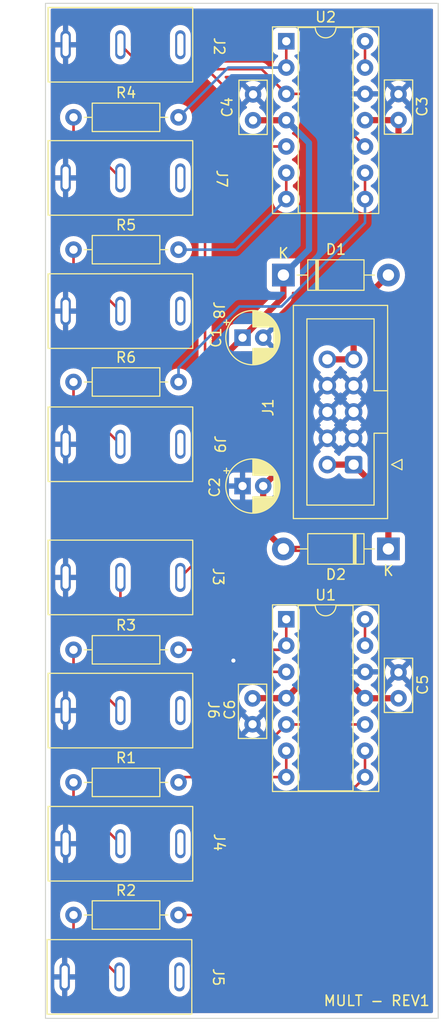
<source format=kicad_pcb>
(kicad_pcb (version 20211014) (generator pcbnew)
  (title_block (title "Buffered Multiple") (rev "1") (company "Northridge Synth"))
  (layers (0 "F.Cu" signal) (31 "B.Cu" signal) (34 "B.Paste" user) (35 "F.Paste" user) (36 "B.SilkS" user "B.Silkscreen") (37 "F.SilkS" user "F.Silkscreen") (38 "B.Mask" user) (39 "F.Mask" user) (44 "Edge.Cuts" user))
  (net 0 "")
  (net 1 "+12V")
  (net 2 "GND")
  (net 3 "-12V")
  (net 4 "Net-(D1-Pad2)")
  (net 5 "Net-(D2-Pad1)")
  (net 6 "Net-(R1-Pad2)")
  (net 7 "/INPUT2")
  (net 8 "Net-(R2-Pad2)")
  (net 9 "Net-(R3-Pad2)")
  (net 10 "/INPUT1")
  (net 11 "Net-(R4-Pad2)")
  (net 12 "Net-(R5-Pad2)")
  (net 13 "Net-(R6-Pad2)")
  (net 14 "Net-(J4-PadT)")
  (net 15 "Net-(J5-PadT)")
  (net 16 "Net-(J6-PadT)")
  (net 17 "Net-(J7-PadT)")
  (net 18 "Net-(J8-PadT)")
  (net 19 "Net-(J9-PadT)")
  (net 27 "Net-(U1-Pad13)")
  (net 28 "Net-(U2-Pad13)")
  (footprint "Tayda_Jacks:PJ-323M" (layer "F.Cu") (at 137.25 113.28571)
    (fp_text reference "J6" (at 9.0032 -0.05251 270 unlocked) (layer "F.SilkS"))
    (fp_text value "Output 4")
    (pad "S" thru_hole oval locked (at -5.3 0) (size 1 2.8) (drill oval 0.6 2.186) (layers *.Cu *.Mask) (net 2 "GND"))
    (pad "T" thru_hole oval locked (at 0 0) (size 1 2.8) (drill oval 0.6 2.186) (layers *.Cu *.Mask) (net 16 "Net-(J6-PadT)"))
    (pad "TN" thru_hole oval locked (at 5.8 0) (size 1 2.8) (drill oval 0.6 2.186) (layers *.Cu *.Mask))
  )
  (footprint "Tayda_Jacks:PJ-323M" (layer "F.Cu") (at 137.25 87.571426)
    (fp_text reference "J9" (at 9.6128 -0.0002 270 unlocked) (layer "F.SilkS"))
    (fp_text value "Output 3")
    (pad "S" thru_hole oval locked (at -5.3 0) (size 1 2.8) (drill oval 0.6 2.186) (layers *.Cu *.Mask) (net 2 "GND"))
    (pad "T" thru_hole oval locked (at 0 0) (size 1 2.8) (drill oval 0.6 2.186) (layers *.Cu *.Mask) (net 19 "Net-(J9-PadT)"))
    (pad "TN" thru_hole oval locked (at 5.8 0) (size 1 2.8) (drill oval 0.6 2.186) (layers *.Cu *.Mask))
  )
  (footprint "Resistor_THT:R_Axial_DIN0207_L6.3mm_D2.5mm_P10.16mm_Horizontal" (layer "F.Cu") (at 132.715 120.2182)
    (fp_text reference "R1" (at 5.08 -2.37) (layer "F.SilkS"))
    (fp_text value "1k")
    (pad "1" thru_hole circle locked (at 0 0) (size 1.6 1.6) (drill 0.8) (layers *.Cu *.Mask) (net 14 "Net-(J4-PadT)"))
    (pad "2" thru_hole oval locked (at 10.16 0) (size 1.6 1.6) (drill 0.8) (layers *.Cu *.Mask) (net 6 "Net-(R1-Pad2)"))
  )
  (footprint "Diode_THT:D_DO-41_SOD81_P10.16mm_Horizontal" (layer "F.Cu") (at 153.0218 71.23455)
    (fp_text reference "D1" (at 5.08 -2.47) (layer "F.SilkS"))
    (fp_text value "1N5818")
    (fp_text user "K" (at 0 -2.1) (layer "F.SilkS"))
    (pad "1" thru_hole rect (at 0 0) (size 2.2 2.2) (drill 1.1) (layers *.Cu *.Mask) (net 1 "+12V"))
    (pad "2" thru_hole oval (at 10.16 0) (size 2.2 2.2) (drill 1.1) (layers *.Cu *.Mask) (net 4 "Net-(D1-Pad2)"))
  )
  (footprint "Capacitor_THT:C_Disc_D5.0mm_W2.5mm_P2.50mm" (layer "F.Cu") (at 150.0378 112.1048 -90)
    (fp_text reference "C6" (at 1.0922 2.2098 90) (layer "F.SilkS"))
    (fp_text value "0.1uF")
    (pad "1" thru_hole circle (at 0 0 270) (size 1.6 1.6) (drill 0.8) (layers *.Cu *.Mask) (net 1 "+12V"))
    (pad "2" thru_hole circle (at 2.5 0 270) (size 1.6 1.6) (drill 0.8) (layers *.Cu *.Mask) (net 2 "GND"))
  )
  (footprint "Package_DIP:DIP-14_W7.62mm_Socket" (layer "F.Cu") (at 153.299 48.6614)
    (fp_text reference "U2" (at 3.81 -2.33) (layer "F.SilkS"))
    (fp_text value "TL074")
    (pad "1" thru_hole rect (at 0 0) (size 1.6 1.6) (drill 0.8) (layers *.Cu *.Mask) (net 11 "Net-(R4-Pad2)"))
    (pad "2" thru_hole oval (at 0 2.54) (size 1.6 1.6) (drill 0.8) (layers *.Cu *.Mask) (net 11 "Net-(R4-Pad2)"))
    (pad "3" thru_hole oval (at 0 5.08) (size 1.6 1.6) (drill 0.8) (layers *.Cu *.Mask) (net 10 "/INPUT1"))
    (pad "4" thru_hole oval (at 0 7.62) (size 1.6 1.6) (drill 0.8) (layers *.Cu *.Mask) (net 1 "+12V"))
    (pad "5" thru_hole oval (at 0 10.16) (size 1.6 1.6) (drill 0.8) (layers *.Cu *.Mask) (net 10 "/INPUT1"))
    (pad "6" thru_hole oval (at 0 12.7) (size 1.6 1.6) (drill 0.8) (layers *.Cu *.Mask) (net 12 "Net-(R5-Pad2)"))
    (pad "7" thru_hole oval (at 0 15.24) (size 1.6 1.6) (drill 0.8) (layers *.Cu *.Mask) (net 12 "Net-(R5-Pad2)"))
    (pad "8" thru_hole oval (at 7.62 15.24) (size 1.6 1.6) (drill 0.8) (layers *.Cu *.Mask) (net 13 "Net-(R6-Pad2)"))
    (pad "9" thru_hole oval (at 7.62 12.7) (size 1.6 1.6) (drill 0.8) (layers *.Cu *.Mask) (net 13 "Net-(R6-Pad2)"))
    (pad "10" thru_hole oval (at 7.62 10.16) (size 1.6 1.6) (drill 0.8) (layers *.Cu *.Mask) (net 10 "/INPUT1"))
    (pad "11" thru_hole oval (at 7.62 7.62) (size 1.6 1.6) (drill 0.8) (layers *.Cu *.Mask) (net 3 "-12V"))
    (pad "12" thru_hole oval (at 7.62 5.08) (size 1.6 1.6) (drill 0.8) (layers *.Cu *.Mask) (net 2 "GND"))
    (pad "13" thru_hole oval (at 7.62 2.54) (size 1.6 1.6) (drill 0.8) (layers *.Cu *.Mask) (net 28 "Net-(U2-Pad13)"))
    (pad "14" thru_hole oval (at 7.62 0) (size 1.6 1.6) (drill 0.8) (layers *.Cu *.Mask) (net 28 "Net-(U2-Pad13)"))
  )
  (footprint "Resistor_THT:R_Axial_DIN0207_L6.3mm_D2.5mm_P10.16mm_Horizontal" (layer "F.Cu") (at 132.715 107.4166)
    (fp_text reference "R3" (at 5.08 -2.37) (layer "F.SilkS"))
    (fp_text value "1k")
    (pad "1" thru_hole circle locked (at 0 0) (size 1.6 1.6) (drill 0.8) (layers *.Cu *.Mask) (net 16 "Net-(J6-PadT)"))
    (pad "2" thru_hole oval locked (at 10.16 0) (size 1.6 1.6) (drill 0.8) (layers *.Cu *.Mask) (net 9 "Net-(R3-Pad2)"))
  )
  (footprint "Tayda_Jacks:PJ-323M" (layer "F.Cu") (at 137.25 61.857142)
    (fp_text reference "J7" (at 9.816 0.076 270 unlocked) (layer "F.SilkS"))
    (fp_text value "Output 1")
    (pad "S" thru_hole oval locked (at -5.3 0) (size 1 2.8) (drill oval 0.6 2.186) (layers *.Cu *.Mask) (net 2 "GND"))
    (pad "T" thru_hole oval locked (at 0 0) (size 1 2.8) (drill oval 0.6 2.186) (layers *.Cu *.Mask) (net 17 "Net-(J7-PadT)"))
    (pad "TN" thru_hole oval locked (at 5.8 0) (size 1 2.8) (drill oval 0.6 2.186) (layers *.Cu *.Mask))
  )
  (footprint "Capacitor_THT:CP_Radial_D5.0mm_P2.00mm" (layer "F.Cu") (at 149.069488 77.27975)
    (fp_text reference "C1" (at -2.575488 0 90) (layer "F.SilkS"))
    (fp_text value "10uF")
    (pad "1" thru_hole rect (at 0 0) (size 1.6 1.6) (drill 0.8) (layers *.Cu *.Mask) (net 1 "+12V"))
    (pad "2" thru_hole circle (at 2 0) (size 1.6 1.6) (drill 0.8) (layers *.Cu *.Mask) (net 2 "GND"))
  )
  (footprint "Resistor_THT:R_Axial_DIN0207_L6.3mm_D2.5mm_P10.16mm_Horizontal" (layer "F.Cu") (at 132.715 133.0198)
    (fp_text reference "R2" (at 5.08 -2.37) (layer "F.SilkS"))
    (fp_text value "1k")
    (pad "1" thru_hole circle locked (at 0 0) (size 1.6 1.6) (drill 0.8) (layers *.Cu *.Mask) (net 15 "Net-(J5-PadT)"))
    (pad "2" thru_hole oval locked (at 10.16 0) (size 1.6 1.6) (drill 0.8) (layers *.Cu *.Mask) (net 8 "Net-(R2-Pad2)"))
  )
  (footprint "Tayda_Jacks:PJ-323M" (layer "F.Cu") (at 137.25 126.142852)
    (fp_text reference "J4" (at 9.5634 -0.1272 270 unlocked) (layer "F.SilkS"))
    (fp_text value "Output 5")
    (pad "S" thru_hole oval locked (at -5.3 0) (size 1 2.8) (drill oval 0.6 2.186) (layers *.Cu *.Mask) (net 2 "GND"))
    (pad "T" thru_hole oval locked (at 0 0) (size 1 2.8) (drill oval 0.6 2.186) (layers *.Cu *.Mask) (net 14 "Net-(J4-PadT)"))
    (pad "TN" thru_hole oval locked (at 5.8 0) (size 1 2.8) (drill oval 0.6 2.186) (layers *.Cu *.Mask))
  )
  (footprint "Diode_THT:D_DO-41_SOD81_P10.16mm_Horizontal" (layer "F.Cu") (at 163.1818 97.67595 180)
    (fp_text reference "D2" (at 5.08 -2.47) (layer "F.SilkS"))
    (fp_text value "1N5818")
    (fp_text user "K" (at 0 -2.1) (layer "F.SilkS"))
    (pad "1" thru_hole rect (at 0 0 180) (size 2.2 2.2) (drill 1.1) (layers *.Cu *.Mask) (net 5 "Net-(D2-Pad1)"))
    (pad "2" thru_hole oval (at 10.16 0 180) (size 2.2 2.2) (drill 1.1) (layers *.Cu *.Mask) (net 3 "-12V"))
  )
  (footprint "Capacitor_THT:CP_Radial_D5.0mm_P2.00mm" (layer "F.Cu") (at 149.069488 91.60535)
    (fp_text reference "C2" (at -2.702488 0.127 90) (layer "F.SilkS"))
    (fp_text value "10uF")
    (pad "1" thru_hole rect (at 0 0) (size 1.6 1.6) (drill 0.8) (layers *.Cu *.Mask) (net 2 "GND"))
    (pad "2" thru_hole circle (at 2 0) (size 1.6 1.6) (drill 0.8) (layers *.Cu *.Mask) (net 3 "-12V"))
  )
  (footprint "Capacitor_THT:C_Disc_D5.0mm_W2.5mm_P2.50mm" (layer "F.Cu") (at 164.1602 56.2664 90)
    (fp_text reference "C3" (at 1.3008 2.286 90) (layer "F.SilkS"))
    (fp_text value "0.1uF")
    (pad "1" thru_hole circle (at 0 0 90) (size 1.6 1.6) (drill 0.8) (layers *.Cu *.Mask) (net 3 "-12V"))
    (pad "2" thru_hole circle (at 2.5 0 90) (size 1.6 1.6) (drill 0.8) (layers *.Cu *.Mask) (net 2 "GND"))
  )
  (footprint "Tayda_Jacks:PJ-323M" (layer "F.Cu") (at 137.25 49)
    (fp_text reference "J2" (at 9.562 0.149 270 unlocked) (layer "F.SilkS"))
    (fp_text value "Input 1")
    (pad "S" thru_hole oval locked (at -5.3 0) (size 1 2.8) (drill oval 0.6 2.186) (layers *.Cu *.Mask) (net 2 "GND"))
    (pad "T" thru_hole oval locked (at 0 0) (size 1 2.8) (drill oval 0.6 2.186) (layers *.Cu *.Mask) (net 10 "/INPUT1"))
    (pad "TN" thru_hole oval locked (at 5.8 0) (size 1 2.8) (drill oval 0.6 2.186) (layers *.Cu *.Mask))
  )
  (footprint "Capacitor_THT:C_Disc_D5.0mm_W2.5mm_P2.50mm" (layer "F.Cu") (at 164.1602 112.0956 90)
    (fp_text reference "C5" (at 1.3008 2.3368 90) (layer "F.SilkS"))
    (fp_text value "0.1uF")
    (pad "1" thru_hole circle (at 0 0 90) (size 1.6 1.6) (drill 0.8) (layers *.Cu *.Mask) (net 3 "-12V"))
    (pad "2" thru_hole circle (at 2.5 0 90) (size 1.6 1.6) (drill 0.8) (layers *.Cu *.Mask) (net 2 "GND"))
  )
  (footprint "Resistor_THT:R_Axial_DIN0207_L6.3mm_D2.5mm_P10.16mm_Horizontal" (layer "F.Cu") (at 132.715 81.5594)
    (fp_text reference "R6" (at 5.08 -2.37) (layer "F.SilkS"))
    (fp_text value "1k")
    (pad "1" thru_hole circle locked (at 0 0) (size 1.6 1.6) (drill 0.8) (layers *.Cu *.Mask) (net 19 "Net-(J9-PadT)"))
    (pad "2" thru_hole oval locked (at 10.16 0) (size 1.6 1.6) (drill 0.8) (layers *.Cu *.Mask) (net 13 "Net-(R6-Pad2)"))
  )
  (footprint "Connector_IDC:IDC-Header_2x05_P2.54mm_Vertical" (layer "F.Cu") (at 159.8168 89.53525 180)
    (fp_text reference "J1" (at 8.2709 5.5118 90) (layer "F.SilkS"))
    (fp_text value "Power Connector")
    (pad "1" thru_hole roundrect (at 0 0 180) (size 1.7 1.7) (drill 1) (layers *.Cu *.Mask) (roundrect_rratio 0.1470588235) (net 5 "Net-(D2-Pad1)"))
    (pad "2" thru_hole circle (at 2.54 0 180) (size 1.7 1.7) (drill 1) (layers *.Cu *.Mask) (net 5 "Net-(D2-Pad1)"))
    (pad "3" thru_hole circle (at 0 2.54 180) (size 1.7 1.7) (drill 1) (layers *.Cu *.Mask) (net 2 "GND"))
    (pad "4" thru_hole circle (at 2.54 2.54 180) (size 1.7 1.7) (drill 1) (layers *.Cu *.Mask) (net 2 "GND"))
    (pad "5" thru_hole circle (at 0 5.08 180) (size 1.7 1.7) (drill 1) (layers *.Cu *.Mask) (net 2 "GND"))
    (pad "6" thru_hole circle (at 2.54 5.08 180) (size 1.7 1.7) (drill 1) (layers *.Cu *.Mask) (net 2 "GND"))
    (pad "7" thru_hole circle (at 0 7.62 180) (size 1.7 1.7) (drill 1) (layers *.Cu *.Mask) (net 2 "GND"))
    (pad "8" thru_hole circle (at 2.54 7.62 180) (size 1.7 1.7) (drill 1) (layers *.Cu *.Mask) (net 2 "GND"))
    (pad "9" thru_hole circle (at 0 10.16 180) (size 1.7 1.7) (drill 1) (layers *.Cu *.Mask) (net 4 "Net-(D1-Pad2)"))
    (pad "10" thru_hole circle (at 2.54 10.16 180) (size 1.7 1.7) (drill 1) (layers *.Cu *.Mask) (net 4 "Net-(D1-Pad2)"))
  )
  (footprint "Resistor_THT:R_Axial_DIN0207_L6.3mm_D2.5mm_P10.16mm_Horizontal" (layer "F.Cu") (at 132.715 56.007)
    (fp_text reference "R4" (at 5.08 -2.37) (layer "F.SilkS"))
    (fp_text value "1k")
    (pad "1" thru_hole circle locked (at 0 0) (size 1.6 1.6) (drill 0.8) (layers *.Cu *.Mask) (net 17 "Net-(J7-PadT)"))
    (pad "2" thru_hole oval locked (at 10.16 0) (size 1.6 1.6) (drill 0.8) (layers *.Cu *.Mask) (net 11 "Net-(R4-Pad2)"))
  )
  (footprint "Tayda_Jacks:PJ-323M" (layer "F.Cu") (at 137.25 100.428568)
    (fp_text reference "J3" (at 9.4618 -0.0764 270 unlocked) (layer "F.SilkS"))
    (fp_text value "Input 2")
    (pad "S" thru_hole oval locked (at -5.3 0) (size 1 2.8) (drill oval 0.6 2.186) (layers *.Cu *.Mask) (net 2 "GND"))
    (pad "T" thru_hole oval locked (at 0 0) (size 1 2.8) (drill oval 0.6 2.186) (layers *.Cu *.Mask) (net 7 "/INPUT2"))
    (pad "TN" thru_hole oval locked (at 5.8 0) (size 1 2.8) (drill oval 0.6 2.186) (layers *.Cu *.Mask) (net 10 "/INPUT1"))
  )
  (footprint "Package_DIP:DIP-14_W7.62mm_Socket" (layer "F.Cu") (at 153.299 104.4652)
    (fp_text reference "U1" (at 3.81 -2.33) (layer "F.SilkS"))
    (fp_text value "TL074")
    (pad "1" thru_hole rect (at 0 0) (size 1.6 1.6) (drill 0.8) (layers *.Cu *.Mask) (net 9 "Net-(R3-Pad2)"))
    (pad "2" thru_hole oval (at 0 2.54) (size 1.6 1.6) (drill 0.8) (layers *.Cu *.Mask) (net 9 "Net-(R3-Pad2)"))
    (pad "3" thru_hole oval (at 0 5.08) (size 1.6 1.6) (drill 0.8) (layers *.Cu *.Mask) (net 7 "/INPUT2"))
    (pad "4" thru_hole oval (at 0 7.62) (size 1.6 1.6) (drill 0.8) (layers *.Cu *.Mask) (net 1 "+12V"))
    (pad "5" thru_hole oval (at 0 10.16) (size 1.6 1.6) (drill 0.8) (layers *.Cu *.Mask) (net 7 "/INPUT2"))
    (pad "6" thru_hole oval (at 0 12.7) (size 1.6 1.6) (drill 0.8) (layers *.Cu *.Mask) (net 6 "Net-(R1-Pad2)"))
    (pad "7" thru_hole oval (at 0 15.24) (size 1.6 1.6) (drill 0.8) (layers *.Cu *.Mask) (net 6 "Net-(R1-Pad2)"))
    (pad "8" thru_hole oval (at 7.62 15.24) (size 1.6 1.6) (drill 0.8) (layers *.Cu *.Mask) (net 8 "Net-(R2-Pad2)"))
    (pad "9" thru_hole oval (at 7.62 12.7) (size 1.6 1.6) (drill 0.8) (layers *.Cu *.Mask) (net 8 "Net-(R2-Pad2)"))
    (pad "10" thru_hole oval (at 7.62 10.16) (size 1.6 1.6) (drill 0.8) (layers *.Cu *.Mask) (net 7 "/INPUT2"))
    (pad "11" thru_hole oval (at 7.62 7.62) (size 1.6 1.6) (drill 0.8) (layers *.Cu *.Mask) (net 3 "-12V"))
    (pad "12" thru_hole oval (at 7.62 5.08) (size 1.6 1.6) (drill 0.8) (layers *.Cu *.Mask) (net 2 "GND"))
    (pad "13" thru_hole oval (at 7.62 2.54) (size 1.6 1.6) (drill 0.8) (layers *.Cu *.Mask) (net 27 "Net-(U1-Pad13)"))
    (pad "14" thru_hole oval (at 7.62 0) (size 1.6 1.6) (drill 0.8) (layers *.Cu *.Mask) (net 27 "Net-(U1-Pad13)"))
  )
  (footprint "Tayda_Jacks:PJ-323M" (layer "F.Cu") (at 137.25 74.714284)
    (fp_text reference "J8" (at 9.5112 -0.0764 270 unlocked) (layer "F.SilkS"))
    (fp_text value "Output 2")
    (pad "S" thru_hole oval locked (at -5.3 0) (size 1 2.8) (drill oval 0.6 2.186) (layers *.Cu *.Mask) (net 2 "GND"))
    (pad "T" thru_hole oval locked (at 0 0) (size 1 2.8) (drill oval 0.6 2.186) (layers *.Cu *.Mask) (net 18 "Net-(J8-PadT)"))
    (pad "TN" thru_hole oval locked (at 5.8 0) (size 1 2.8) (drill oval 0.6 2.186) (layers *.Cu *.Mask))
  )
  (footprint "Tayda_Jacks:PJ-323M" (layer "F.Cu") (at 137.16 139)
    (fp_text reference "J5" (at 9.562 0.024 270 unlocked) (layer "F.SilkS"))
    (fp_text value "Output 6")
    (pad "S" thru_hole oval locked (at -5.3 0) (size 1 2.8) (drill oval 0.6 2.186) (layers *.Cu *.Mask) (net 2 "GND"))
    (pad "T" thru_hole oval locked (at 0 0) (size 1 2.8) (drill oval 0.6 2.186) (layers *.Cu *.Mask) (net 15 "Net-(J5-PadT)"))
    (pad "TN" thru_hole oval locked (at 5.8 0) (size 1 2.8) (drill oval 0.6 2.186) (layers *.Cu *.Mask))
  )
  (footprint "Resistor_THT:R_Axial_DIN0207_L6.3mm_D2.5mm_P10.16mm_Horizontal" (layer "F.Cu") (at 132.715 68.7832)
    (fp_text reference "R5" (at 5.08 -2.37) (layer "F.SilkS"))
    (fp_text value "1k")
    (pad "1" thru_hole circle locked (at 0 0) (size 1.6 1.6) (drill 0.8) (layers *.Cu *.Mask) (net 18 "Net-(J8-PadT)"))
    (pad "2" thru_hole oval locked (at 10.16 0) (size 1.6 1.6) (drill 0.8) (layers *.Cu *.Mask) (net 12 "Net-(R5-Pad2)"))
  )
  (footprint "Capacitor_THT:C_Disc_D5.0mm_W2.5mm_P2.50mm" (layer "F.Cu") (at 150.0886 56.2918 90)
    (fp_text reference "C4" (at 1.25 -2.5 90) (layer "F.SilkS"))
    (fp_text value "0.1uF")
    (pad "1" thru_hole circle (at 0 0 90) (size 1.6 1.6) (drill 0.8) (layers *.Cu *.Mask) (net 1 "+12V"))
    (pad "2" thru_hole circle (at 2.5 0 90) (size 1.6 1.6) (drill 0.8) (layers *.Cu *.Mask) (net 2 "GND"))
  )
  (gr_rect locked (start 130 45) (end 168 143) (layer "Edge.Cuts") (width 0.1) (fill none))
  (gr_text "MULT - REV1" (at 162.052 141.3002) (layer "F.SilkS") (effects (font (size 1 1))))
  (segment (start 150.0886 56.2918) (end 153.2886 56.2918) (width 0.6) (layer "F.Cu") (net 1))
  (segment (start 147.1422 79.207038) (end 147.1422 95.6056) (width 0.6) (layer "F.Cu") (net 1))
  (segment (start 153.2886 56.2918) (end 153.299 56.2814) (width 0.25) (layer "F.Cu") (net 1))
  (segment (start 154.5082 101.7524) (end 155.9814 103.2256) (width 0.6) (layer "F.Cu") (net 1))
  (segment (start 147.1422 95.6056) (end 153.289 101.7524) (width 0.6) (layer "F.Cu") (net 1))
  (segment (start 149.069488 77.27975) (end 147.1422 79.207038) (width 0.6) (layer "F.Cu") (net 1))
  (segment (start 155.9814 103.2256) (end 155.9814 109.4028) (width 0.6) (layer "F.Cu") (net 1))
  (segment (start 153.299 112.0852) (end 150.0574 112.0852) (width 0.6) (layer "F.Cu") (net 1))
  (segment (start 153.0218 73.327438) (end 149.069488 77.27975) (width 0.6) (layer "F.Cu") (net 1))
  (segment (start 153.289 101.7524) (end 154.5082 101.7524) (width 0.6) (layer "F.Cu") (net 1))
  (segment (start 155.9814 109.4028) (end 153.299 112.0852) (width 0.6) (layer "F.Cu") (net 1))
  (segment (start 153.0218 71.23455) (end 153.0218 73.327438) (width 0.6) (layer "F.Cu") (net 1))
  (segment (start 150.0574 112.0852) (end 150.0378 112.1048) (width 0.6) (layer "F.Cu") (net 1))
  (segment (start 153.0218 71.23455) (end 155.4988 68.75755) (width 0.6) (layer "B.Cu") (net 1))
  (segment (start 155.4988 68.75755) (end 155.4988 58.4812) (width 0.6) (layer "B.Cu") (net 1))
  (segment (start 155.4988 58.4812) (end 153.299 56.2814) (width 0.6) (layer "B.Cu") (net 1))
  (via (at 148.1836 108.458) (size 0.8) (drill 0.4) (layers "F.Cu" "B.Cu") (net 2))
  (segment (start 164.1602 66.5226) (end 164.1602 56.2664) (width 0.6) (layer "F.Cu") (net 3))
  (segment (start 153.915161 90.305839) (end 155.0924 89.1286) (width 0.6) (layer "F.Cu") (net 3))
  (segment (start 158.3182 75.1332) (end 158.3182 72.3646) (width 0.6) (layer "F.Cu") (net 3))
  (segment (start 151.069488 91.60535) (end 151.069488 95.723638) (width 0.6) (layer "F.Cu") (net 3))
  (segment (start 155.0924 78.359) (end 158.3182 75.1332) (width 0.6) (layer "F.Cu") (net 3))
  (segment (start 164.1452 56.2814) (end 164.1602 56.2664) (width 0.25) (layer "F.Cu") (net 3))
  (segment (start 158.3182 72.3646) (end 164.1602 66.5226) (width 0.6) (layer "F.Cu") (net 3))
  (segment (start 156.24835 97.67595) (end 158.5468 99.9744) (width 0.6) (layer "F.Cu") (net 3))
  (segment (start 158.5468 109.713) (end 160.919 112.0852) (width 0.6) (layer "F.Cu") (net 3))
  (segment (start 158.5468 99.9744) (end 158.5468 109.713) (width 0.6) (layer "F.Cu") (net 3))
  (segment (start 153.0218 97.67595) (end 156.24835 97.67595) (width 0.6) (layer "F.Cu") (net 3))
  (segment (start 151.069488 91.60535) (end 152.368999 90.305839) (width 0.6) (layer "F.Cu") (net 3))
  (segment (start 164.1602 112.0956) (end 160.9294 112.0956) (width 0.6) (layer "F.Cu") (net 3))
  (segment (start 151.069488 95.723638) (end 153.0218 97.67595) (width 0.6) (layer "F.Cu") (net 3))
  (segment (start 160.9294 112.0956) (end 160.919 112.0852) (width 0.6) (layer "F.Cu") (net 3))
  (segment (start 155.0924 89.1286) (end 155.0924 78.359) (width 0.6) (layer "F.Cu") (net 3))
  (segment (start 152.368999 90.305839) (end 153.915161 90.305839) (width 0.6) (layer "F.Cu") (net 3))
  (segment (start 160.919 56.2814) (end 164.1452 56.2814) (width 0.6) (layer "F.Cu") (net 3))
  (segment (start 157.2768 79.37525) (end 159.8168 79.37525) (width 0.6) (layer "F.Cu") (net 4))
  (segment (start 159.8168 79.37525) (end 159.8168 74.59955) (width 0.6) (layer "F.Cu") (net 4))
  (segment (start 159.8168 74.59955) (end 163.1818 71.23455) (width 0.6) (layer "F.Cu") (net 4))
  (segment (start 157.2768 89.53525) (end 159.8168 89.53525) (width 0.6) (layer "F.Cu") (net 5))
  (segment (start 159.8168 89.53525) (end 163.1818 92.90025) (width 0.6) (layer "F.Cu") (net 5))
  (segment (start 163.1818 92.90025) (end 163.1818 97.67595) (width 0.6) (layer "F.Cu") (net 5))
  (segment (start 153.299 117.1652) (end 153.299 119.7052) (width 0.25) (layer "F.Cu") (net 6))
  (segment (start 143.388 119.7052) (end 142.875 120.2182) (width 0.25) (layer "F.Cu") (net 6))
  (segment (start 153.299 119.7052) (end 143.388 119.7052) (width 0.25) (layer "F.Cu") (net 6))
  (segment (start 141.9302 109.5452) (end 137.25 104.865) (width 0.25) (layer "F.Cu") (net 7))
  (segment (start 148.9964 116.6114) (end 151.3128 116.6114) (width 0.25) (layer "F.Cu") (net 7))
  (segment (start 137.25 104.865) (end 137.25 100.428568) (width 0.25) (layer "F.Cu") (net 7))
  (segment (start 151.3128 116.6114) (end 153.299 114.6252) (width 0.25) (layer "F.Cu") (net 7))
  (segment (start 153.299 109.5452) (end 141.9302 109.5452) (width 0.25) (layer "F.Cu") (net 7))
  (segment (start 160.919 114.6252) (end 153.299 114.6252) (width 0.25) (layer "F.Cu") (net 7))
  (segment (start 141.9302 109.5452) (end 148.9964 116.6114) (width 0.25) (layer "F.Cu") (net 7))
  (segment (start 160.919 117.1652) (end 160.919 119.7052) (width 0.25) (layer "F.Cu") (net 8))
  (segment (start 147.6044 133.0198) (end 160.919 119.7052) (width 0.25) (layer "F.Cu") (net 8))
  (segment (start 142.875 133.0198) (end 147.6044 133.0198) (width 0.25) (layer "F.Cu") (net 8))
  (segment (start 152.8876 107.4166) (end 153.299 107.0052) (width 0.25) (layer "F.Cu") (net 9))
  (segment (start 142.875 107.4166) (end 152.8876 107.4166) (width 0.25) (layer "F.Cu") (net 9))
  (segment (start 153.299 104.4652) (end 153.299 107.0052) (width 0.25) (layer "F.Cu") (net 9))
  (segment (start 145.6182 51.3588) (end 150.9164 51.3588) (width 0.25) (layer "F.Cu") (net 10))
  (segment (start 147.8026 53.5432) (end 147.8026 56.134) (width 0.25) (layer "F.Cu") (net 10))
  (segment (start 150.49 58.8214) (end 145.4404 63.871) (width 0.25) (layer "F.Cu") (net 10))
  (segment (start 153.299 53.7414) (end 155.839 53.7414) (width 0.25) (layer "F.Cu") (net 10))
  (segment (start 145.4404 63.871) (end 145.4404 98.038168) (width 0.25) (layer "F.Cu") (net 10))
  (segment (start 155.839 53.7414) (end 160.919 58.8214) (width 0.25) (layer "F.Cu") (net 10))
  (segment (start 147.8026 56.134) (end 150.49 58.8214) (width 0.25) (layer "F.Cu") (net 10))
  (segment (start 145.4404 98.038168) (end 143.05 100.428568) (width 0.25) (layer "F.Cu") (net 10))
  (segment (start 150.49 58.8214) (end 153.299 58.8214) (width 0.25) (layer "F.Cu") (net 10))
  (segment (start 145.6182 51.3588) (end 147.8026 53.5432) (width 0.25) (layer "F.Cu") (net 10))
  (segment (start 150.9164 51.3588) (end 153.299 53.7414) (width 0.25) (layer "F.Cu") (net 10))
  (segment (start 139.6088 51.3588) (end 145.6182 51.3588) (width 0.25) (layer "F.Cu") (net 10))
  (segment (start 137.25 49) (end 139.6088 51.3588) (width 0.25) (layer "F.Cu") (net 10))
  (segment (start 153.299 48.6614) (end 153.299 51.2014) (width 0.25) (layer "F.Cu") (net 11))
  (segment (start 153.299 51.2014) (end 147.6806 51.2014) (width 0.25) (layer "B.Cu") (net 11))
  (segment (start 147.6806 51.2014) (end 142.875 56.007) (width 0.25) (layer "B.Cu") (net 11))
  (segment (start 153.299 61.3614) (end 153.299 63.9014) (width 0.25) (layer "F.Cu") (net 12))
  (segment (start 148.4172 68.7832) (end 153.299 63.9014) (width 0.25) (layer "B.Cu") (net 12))
  (segment (start 142.875 68.7832) (end 148.4172 68.7832) (width 0.25) (layer "B.Cu") (net 12))
  (segment (start 160.919 61.3614) (end 160.919 63.9014) (width 0.25) (layer "F.Cu") (net 13))
  (segment (start 160.919 66.186372) (end 152.835772 74.2696) (width 0.25) (layer "B.Cu") (net 13))
  (segment (start 160.919 63.9014) (end 160.919 66.186372) (width 0.25) (layer "B.Cu") (net 13))
  (segment (start 148.7678 74.2696) (end 142.875 80.1624) (width 0.25) (layer "B.Cu") (net 13))
  (segment (start 152.835772 74.2696) (end 148.7678 74.2696) (width 0.25) (layer "B.Cu") (net 13))
  (segment (start 142.875 80.1624) (end 142.875 81.5594) (width 0.25) (layer "B.Cu") (net 13))
  (segment (start 132.715 120.2182) (end 132.715 121.607852) (width 0.25) (layer "F.Cu") (net 14))
  (segment (start 132.715 121.607852) (end 137.25 126.142852) (width 0.25) (layer "F.Cu") (net 14))
  (segment (start 132.715 134.555) (end 137.16 139) (width 0.25) (layer "F.Cu") (net 15))
  (segment (start 132.715 133.0198) (end 132.715 134.555) (width 0.25) (layer "F.Cu") (net 15))
  (segment (start 132.715 108.75071) (end 137.25 113.28571) (width 0.25) (layer "F.Cu") (net 16))
  (segment (start 132.715 107.4166) (end 132.715 108.75071) (width 0.25) (layer "F.Cu") (net 16))
  (segment (start 132.715 56.007) (end 132.715 57.322142) (width 0.25) (layer "F.Cu") (net 17))
  (segment (start 132.715 57.322142) (end 137.25 61.857142) (width 0.25) (layer "F.Cu") (net 17))
  (segment (start 132.715 68.7832) (end 132.715 70.179284) (width 0.25) (layer "F.Cu") (net 18))
  (segment (start 132.715 70.179284) (end 137.25 74.714284) (width 0.25) (layer "F.Cu") (net 18))
  (segment (start 132.715 83.036426) (end 137.25 87.571426) (width 0.25) (layer "F.Cu") (net 19))
  (segment (start 132.715 81.5594) (end 132.715 83.036426) (width 0.25) (layer "F.Cu") (net 19))
  (segment (start 160.919 104.4652) (end 160.919 107.0052) (width 0.25) (layer "F.Cu") (net 27))
  (segment (start 160.919 48.6614) (end 160.919 51.2014) (width 0.25) (layer "F.Cu") (net 28))
  (zone (net 2) (net_name "GND") (layer "F.Cu") (connect_pads (clearance 0.508)) (min_thickness 0.254) (fill yes (thermal_gap 0.508) (thermal_bridge_width 0.508))
    (polygon (pts (xy 167.4114 44.704) (xy 168.2242 44.704) (xy 168.275 143.5354) (xy 129.794 143.51) (xy 129.794 44.6786)))
  )
  (zone (net 2) (net_name "GND") (layer "B.Cu") (connect_pads (clearance 0.508)) (min_thickness 0.254) (fill yes (thermal_gap 0.508) (thermal_bridge_width 0.508))
    (polygon (pts (xy 168.1988 44.7294) (xy 168.275 143.5354) (xy 129.794 143.51) (xy 129.794 44.6786)))
  )
)
</source>
